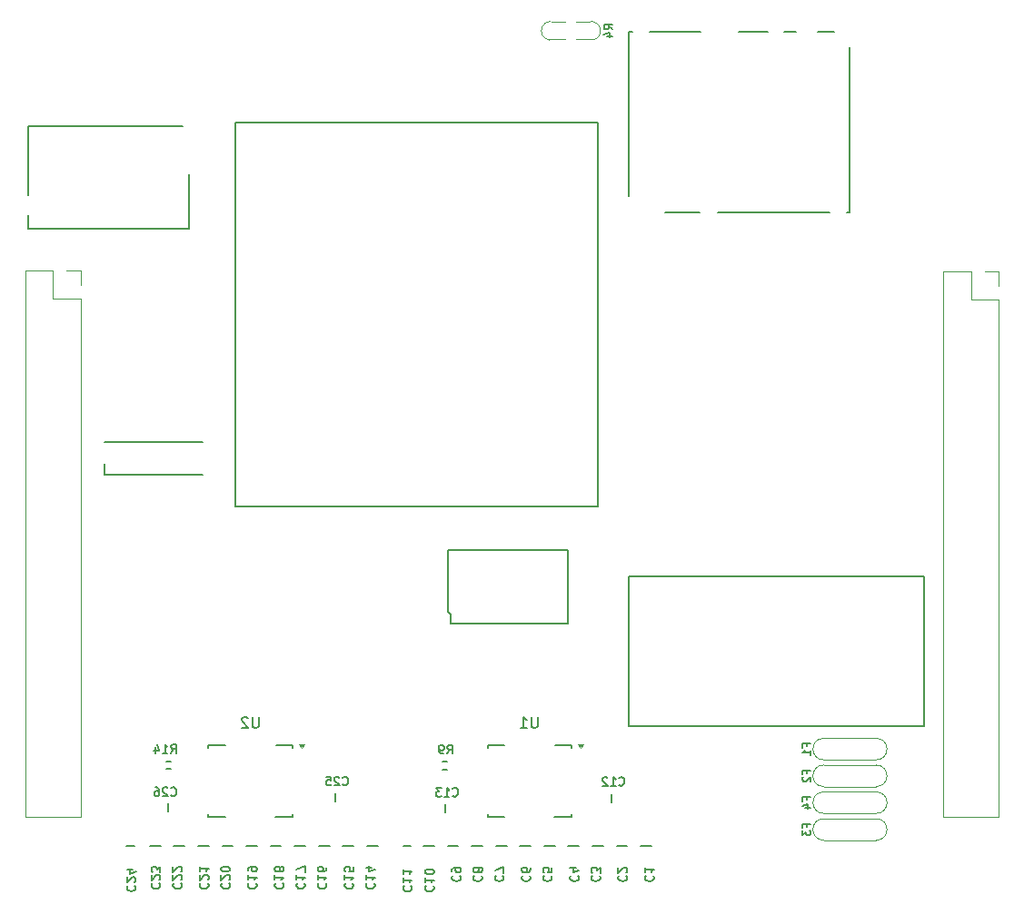
<source format=gbr>
%TF.GenerationSoftware,KiCad,Pcbnew,8.0.7*%
%TF.CreationDate,2024-12-26T23:24:23+03:00*%
%TF.ProjectId,uaefi,75616566-692e-46b6-9963-61645f706362,D*%
%TF.SameCoordinates,Original*%
%TF.FileFunction,Legend,Bot*%
%TF.FilePolarity,Positive*%
%FSLAX46Y46*%
G04 Gerber Fmt 4.6, Leading zero omitted, Abs format (unit mm)*
G04 Created by KiCad (PCBNEW 8.0.7) date 2024-12-26 23:24:23*
%MOMM*%
%LPD*%
G01*
G04 APERTURE LIST*
%ADD10C,0.127000*%
%ADD11C,0.170000*%
%ADD12C,0.150000*%
%ADD13C,0.200000*%
%ADD14C,0.120000*%
%ADD15C,0.099060*%
%ADD16C,0.203200*%
G04 APERTURE END LIST*
D10*
X147946768Y-113246000D02*
X147946768Y-112992000D01*
X148345911Y-112992000D02*
X147583911Y-112992000D01*
X147583911Y-112992000D02*
X147583911Y-113354857D01*
X148345911Y-114044286D02*
X148345911Y-113608857D01*
X148345911Y-113826572D02*
X147583911Y-113826572D01*
X147583911Y-113826572D02*
X147692768Y-113754000D01*
X147692768Y-113754000D02*
X147765340Y-113681429D01*
X147765340Y-113681429D02*
X147801626Y-113608857D01*
X129845911Y-46373000D02*
X129483054Y-46119000D01*
X129845911Y-45937571D02*
X129083911Y-45937571D01*
X129083911Y-45937571D02*
X129083911Y-46227857D01*
X129083911Y-46227857D02*
X129120197Y-46300428D01*
X129120197Y-46300428D02*
X129156483Y-46336714D01*
X129156483Y-46336714D02*
X129229054Y-46373000D01*
X129229054Y-46373000D02*
X129337911Y-46373000D01*
X129337911Y-46373000D02*
X129410483Y-46336714D01*
X129410483Y-46336714D02*
X129446768Y-46300428D01*
X129446768Y-46300428D02*
X129483054Y-46227857D01*
X129483054Y-46227857D02*
X129483054Y-45937571D01*
X129337911Y-47026143D02*
X129845911Y-47026143D01*
X129047626Y-46844714D02*
X129591911Y-46663285D01*
X129591911Y-46663285D02*
X129591911Y-47135000D01*
X147946768Y-118246000D02*
X147946768Y-117992000D01*
X148345911Y-117992000D02*
X147583911Y-117992000D01*
X147583911Y-117992000D02*
X147583911Y-118354857D01*
X147837911Y-118971715D02*
X148345911Y-118971715D01*
X147547626Y-118790286D02*
X148091911Y-118608857D01*
X148091911Y-118608857D02*
X148091911Y-119080572D01*
X147946768Y-115746000D02*
X147946768Y-115492000D01*
X148345911Y-115492000D02*
X147583911Y-115492000D01*
X147583911Y-115492000D02*
X147583911Y-115854857D01*
X147656483Y-116108857D02*
X147620197Y-116145143D01*
X147620197Y-116145143D02*
X147583911Y-116217715D01*
X147583911Y-116217715D02*
X147583911Y-116399143D01*
X147583911Y-116399143D02*
X147620197Y-116471715D01*
X147620197Y-116471715D02*
X147656483Y-116508000D01*
X147656483Y-116508000D02*
X147729054Y-116544286D01*
X147729054Y-116544286D02*
X147801626Y-116544286D01*
X147801626Y-116544286D02*
X147910483Y-116508000D01*
X147910483Y-116508000D02*
X148345911Y-116072572D01*
X148345911Y-116072572D02*
X148345911Y-116544286D01*
X147946768Y-120746000D02*
X147946768Y-120492000D01*
X148345911Y-120492000D02*
X147583911Y-120492000D01*
X147583911Y-120492000D02*
X147583911Y-120854857D01*
X147583911Y-121072572D02*
X147583911Y-121544286D01*
X147583911Y-121544286D02*
X147874197Y-121290286D01*
X147874197Y-121290286D02*
X147874197Y-121399143D01*
X147874197Y-121399143D02*
X147910483Y-121471715D01*
X147910483Y-121471715D02*
X147946768Y-121508000D01*
X147946768Y-121508000D02*
X148019340Y-121544286D01*
X148019340Y-121544286D02*
X148200768Y-121544286D01*
X148200768Y-121544286D02*
X148273340Y-121508000D01*
X148273340Y-121508000D02*
X148309626Y-121471715D01*
X148309626Y-121471715D02*
X148345911Y-121399143D01*
X148345911Y-121399143D02*
X148345911Y-121181429D01*
X148345911Y-121181429D02*
X148309626Y-121108857D01*
X148309626Y-121108857D02*
X148273340Y-121072572D01*
D11*
X106987286Y-126024348D02*
X106948239Y-126063396D01*
X106948239Y-126063396D02*
X106909191Y-126180538D01*
X106909191Y-126180538D02*
X106909191Y-126258634D01*
X106909191Y-126258634D02*
X106948239Y-126375777D01*
X106948239Y-126375777D02*
X107026334Y-126453872D01*
X107026334Y-126453872D02*
X107104429Y-126492919D01*
X107104429Y-126492919D02*
X107260619Y-126531967D01*
X107260619Y-126531967D02*
X107377762Y-126531967D01*
X107377762Y-126531967D02*
X107533953Y-126492919D01*
X107533953Y-126492919D02*
X107612048Y-126453872D01*
X107612048Y-126453872D02*
X107690143Y-126375777D01*
X107690143Y-126375777D02*
X107729191Y-126258634D01*
X107729191Y-126258634D02*
X107729191Y-126180538D01*
X107729191Y-126180538D02*
X107690143Y-126063396D01*
X107690143Y-126063396D02*
X107651096Y-126024348D01*
X106909191Y-125243396D02*
X106909191Y-125711967D01*
X106909191Y-125477681D02*
X107729191Y-125477681D01*
X107729191Y-125477681D02*
X107612048Y-125555777D01*
X107612048Y-125555777D02*
X107533953Y-125633872D01*
X107533953Y-125633872D02*
X107494905Y-125711967D01*
X107455858Y-124540539D02*
X106909191Y-124540539D01*
X107768239Y-124735777D02*
X107182524Y-124931015D01*
X107182524Y-124931015D02*
X107182524Y-124423396D01*
X91487286Y-126024348D02*
X91448239Y-126063396D01*
X91448239Y-126063396D02*
X91409191Y-126180538D01*
X91409191Y-126180538D02*
X91409191Y-126258634D01*
X91409191Y-126258634D02*
X91448239Y-126375777D01*
X91448239Y-126375777D02*
X91526334Y-126453872D01*
X91526334Y-126453872D02*
X91604429Y-126492919D01*
X91604429Y-126492919D02*
X91760619Y-126531967D01*
X91760619Y-126531967D02*
X91877762Y-126531967D01*
X91877762Y-126531967D02*
X92033953Y-126492919D01*
X92033953Y-126492919D02*
X92112048Y-126453872D01*
X92112048Y-126453872D02*
X92190143Y-126375777D01*
X92190143Y-126375777D02*
X92229191Y-126258634D01*
X92229191Y-126258634D02*
X92229191Y-126180538D01*
X92229191Y-126180538D02*
X92190143Y-126063396D01*
X92190143Y-126063396D02*
X92151096Y-126024348D01*
X92151096Y-125711967D02*
X92190143Y-125672919D01*
X92190143Y-125672919D02*
X92229191Y-125594824D01*
X92229191Y-125594824D02*
X92229191Y-125399586D01*
X92229191Y-125399586D02*
X92190143Y-125321491D01*
X92190143Y-125321491D02*
X92151096Y-125282443D01*
X92151096Y-125282443D02*
X92073000Y-125243396D01*
X92073000Y-125243396D02*
X91994905Y-125243396D01*
X91994905Y-125243396D02*
X91877762Y-125282443D01*
X91877762Y-125282443D02*
X91409191Y-125751015D01*
X91409191Y-125751015D02*
X91409191Y-125243396D01*
X91409191Y-124462444D02*
X91409191Y-124931015D01*
X91409191Y-124696729D02*
X92229191Y-124696729D01*
X92229191Y-124696729D02*
X92112048Y-124774825D01*
X92112048Y-124774825D02*
X92033953Y-124852920D01*
X92033953Y-124852920D02*
X91994905Y-124931015D01*
X88987286Y-126024348D02*
X88948239Y-126063396D01*
X88948239Y-126063396D02*
X88909191Y-126180538D01*
X88909191Y-126180538D02*
X88909191Y-126258634D01*
X88909191Y-126258634D02*
X88948239Y-126375777D01*
X88948239Y-126375777D02*
X89026334Y-126453872D01*
X89026334Y-126453872D02*
X89104429Y-126492919D01*
X89104429Y-126492919D02*
X89260619Y-126531967D01*
X89260619Y-126531967D02*
X89377762Y-126531967D01*
X89377762Y-126531967D02*
X89533953Y-126492919D01*
X89533953Y-126492919D02*
X89612048Y-126453872D01*
X89612048Y-126453872D02*
X89690143Y-126375777D01*
X89690143Y-126375777D02*
X89729191Y-126258634D01*
X89729191Y-126258634D02*
X89729191Y-126180538D01*
X89729191Y-126180538D02*
X89690143Y-126063396D01*
X89690143Y-126063396D02*
X89651096Y-126024348D01*
X89651096Y-125711967D02*
X89690143Y-125672919D01*
X89690143Y-125672919D02*
X89729191Y-125594824D01*
X89729191Y-125594824D02*
X89729191Y-125399586D01*
X89729191Y-125399586D02*
X89690143Y-125321491D01*
X89690143Y-125321491D02*
X89651096Y-125282443D01*
X89651096Y-125282443D02*
X89573000Y-125243396D01*
X89573000Y-125243396D02*
X89494905Y-125243396D01*
X89494905Y-125243396D02*
X89377762Y-125282443D01*
X89377762Y-125282443D02*
X88909191Y-125751015D01*
X88909191Y-125751015D02*
X88909191Y-125243396D01*
X89651096Y-124931015D02*
X89690143Y-124891967D01*
X89690143Y-124891967D02*
X89729191Y-124813872D01*
X89729191Y-124813872D02*
X89729191Y-124618634D01*
X89729191Y-124618634D02*
X89690143Y-124540539D01*
X89690143Y-124540539D02*
X89651096Y-124501491D01*
X89651096Y-124501491D02*
X89573000Y-124462444D01*
X89573000Y-124462444D02*
X89494905Y-124462444D01*
X89494905Y-124462444D02*
X89377762Y-124501491D01*
X89377762Y-124501491D02*
X88909191Y-124970063D01*
X88909191Y-124970063D02*
X88909191Y-124462444D01*
X114474348Y-113930808D02*
X114747681Y-113540332D01*
X114942919Y-113930808D02*
X114942919Y-113110808D01*
X114942919Y-113110808D02*
X114630538Y-113110808D01*
X114630538Y-113110808D02*
X114552443Y-113149856D01*
X114552443Y-113149856D02*
X114513396Y-113188903D01*
X114513396Y-113188903D02*
X114474348Y-113266999D01*
X114474348Y-113266999D02*
X114474348Y-113384141D01*
X114474348Y-113384141D02*
X114513396Y-113462237D01*
X114513396Y-113462237D02*
X114552443Y-113501284D01*
X114552443Y-113501284D02*
X114630538Y-113540332D01*
X114630538Y-113540332D02*
X114942919Y-113540332D01*
X114083872Y-113930808D02*
X113927681Y-113930808D01*
X113927681Y-113930808D02*
X113849586Y-113891761D01*
X113849586Y-113891761D02*
X113810538Y-113852713D01*
X113810538Y-113852713D02*
X113732443Y-113735570D01*
X113732443Y-113735570D02*
X113693396Y-113579380D01*
X113693396Y-113579380D02*
X113693396Y-113266999D01*
X113693396Y-113266999D02*
X113732443Y-113188903D01*
X113732443Y-113188903D02*
X113771491Y-113149856D01*
X113771491Y-113149856D02*
X113849586Y-113110808D01*
X113849586Y-113110808D02*
X114005777Y-113110808D01*
X114005777Y-113110808D02*
X114083872Y-113149856D01*
X114083872Y-113149856D02*
X114122919Y-113188903D01*
X114122919Y-113188903D02*
X114161967Y-113266999D01*
X114161967Y-113266999D02*
X114161967Y-113462237D01*
X114161967Y-113462237D02*
X114122919Y-113540332D01*
X114122919Y-113540332D02*
X114083872Y-113579380D01*
X114083872Y-113579380D02*
X114005777Y-113618427D01*
X114005777Y-113618427D02*
X113849586Y-113618427D01*
X113849586Y-113618427D02*
X113771491Y-113579380D01*
X113771491Y-113579380D02*
X113732443Y-113540332D01*
X113732443Y-113540332D02*
X113693396Y-113462237D01*
X121487286Y-125314348D02*
X121448239Y-125353396D01*
X121448239Y-125353396D02*
X121409191Y-125470538D01*
X121409191Y-125470538D02*
X121409191Y-125548634D01*
X121409191Y-125548634D02*
X121448239Y-125665777D01*
X121448239Y-125665777D02*
X121526334Y-125743872D01*
X121526334Y-125743872D02*
X121604429Y-125782919D01*
X121604429Y-125782919D02*
X121760619Y-125821967D01*
X121760619Y-125821967D02*
X121877762Y-125821967D01*
X121877762Y-125821967D02*
X122033953Y-125782919D01*
X122033953Y-125782919D02*
X122112048Y-125743872D01*
X122112048Y-125743872D02*
X122190143Y-125665777D01*
X122190143Y-125665777D02*
X122229191Y-125548634D01*
X122229191Y-125548634D02*
X122229191Y-125470538D01*
X122229191Y-125470538D02*
X122190143Y-125353396D01*
X122190143Y-125353396D02*
X122151096Y-125314348D01*
X122229191Y-124611491D02*
X122229191Y-124767681D01*
X122229191Y-124767681D02*
X122190143Y-124845777D01*
X122190143Y-124845777D02*
X122151096Y-124884824D01*
X122151096Y-124884824D02*
X122033953Y-124962919D01*
X122033953Y-124962919D02*
X121877762Y-125001967D01*
X121877762Y-125001967D02*
X121565381Y-125001967D01*
X121565381Y-125001967D02*
X121487286Y-124962919D01*
X121487286Y-124962919D02*
X121448239Y-124923872D01*
X121448239Y-124923872D02*
X121409191Y-124845777D01*
X121409191Y-124845777D02*
X121409191Y-124689586D01*
X121409191Y-124689586D02*
X121448239Y-124611491D01*
X121448239Y-124611491D02*
X121487286Y-124572443D01*
X121487286Y-124572443D02*
X121565381Y-124533396D01*
X121565381Y-124533396D02*
X121760619Y-124533396D01*
X121760619Y-124533396D02*
X121838715Y-124572443D01*
X121838715Y-124572443D02*
X121877762Y-124611491D01*
X121877762Y-124611491D02*
X121916810Y-124689586D01*
X121916810Y-124689586D02*
X121916810Y-124845777D01*
X121916810Y-124845777D02*
X121877762Y-124923872D01*
X121877762Y-124923872D02*
X121838715Y-124962919D01*
X121838715Y-124962919D02*
X121760619Y-125001967D01*
X104987286Y-126024348D02*
X104948239Y-126063396D01*
X104948239Y-126063396D02*
X104909191Y-126180538D01*
X104909191Y-126180538D02*
X104909191Y-126258634D01*
X104909191Y-126258634D02*
X104948239Y-126375777D01*
X104948239Y-126375777D02*
X105026334Y-126453872D01*
X105026334Y-126453872D02*
X105104429Y-126492919D01*
X105104429Y-126492919D02*
X105260619Y-126531967D01*
X105260619Y-126531967D02*
X105377762Y-126531967D01*
X105377762Y-126531967D02*
X105533953Y-126492919D01*
X105533953Y-126492919D02*
X105612048Y-126453872D01*
X105612048Y-126453872D02*
X105690143Y-126375777D01*
X105690143Y-126375777D02*
X105729191Y-126258634D01*
X105729191Y-126258634D02*
X105729191Y-126180538D01*
X105729191Y-126180538D02*
X105690143Y-126063396D01*
X105690143Y-126063396D02*
X105651096Y-126024348D01*
X104909191Y-125243396D02*
X104909191Y-125711967D01*
X104909191Y-125477681D02*
X105729191Y-125477681D01*
X105729191Y-125477681D02*
X105612048Y-125555777D01*
X105612048Y-125555777D02*
X105533953Y-125633872D01*
X105533953Y-125633872D02*
X105494905Y-125711967D01*
X105729191Y-124501491D02*
X105729191Y-124891967D01*
X105729191Y-124891967D02*
X105338715Y-124931015D01*
X105338715Y-124931015D02*
X105377762Y-124891967D01*
X105377762Y-124891967D02*
X105416810Y-124813872D01*
X105416810Y-124813872D02*
X105416810Y-124618634D01*
X105416810Y-124618634D02*
X105377762Y-124540539D01*
X105377762Y-124540539D02*
X105338715Y-124501491D01*
X105338715Y-124501491D02*
X105260619Y-124462444D01*
X105260619Y-124462444D02*
X105065381Y-124462444D01*
X105065381Y-124462444D02*
X104987286Y-124501491D01*
X104987286Y-124501491D02*
X104948239Y-124540539D01*
X104948239Y-124540539D02*
X104909191Y-124618634D01*
X104909191Y-124618634D02*
X104909191Y-124813872D01*
X104909191Y-124813872D02*
X104948239Y-124891967D01*
X104948239Y-124891967D02*
X104987286Y-124931015D01*
X93487286Y-126024348D02*
X93448239Y-126063396D01*
X93448239Y-126063396D02*
X93409191Y-126180538D01*
X93409191Y-126180538D02*
X93409191Y-126258634D01*
X93409191Y-126258634D02*
X93448239Y-126375777D01*
X93448239Y-126375777D02*
X93526334Y-126453872D01*
X93526334Y-126453872D02*
X93604429Y-126492919D01*
X93604429Y-126492919D02*
X93760619Y-126531967D01*
X93760619Y-126531967D02*
X93877762Y-126531967D01*
X93877762Y-126531967D02*
X94033953Y-126492919D01*
X94033953Y-126492919D02*
X94112048Y-126453872D01*
X94112048Y-126453872D02*
X94190143Y-126375777D01*
X94190143Y-126375777D02*
X94229191Y-126258634D01*
X94229191Y-126258634D02*
X94229191Y-126180538D01*
X94229191Y-126180538D02*
X94190143Y-126063396D01*
X94190143Y-126063396D02*
X94151096Y-126024348D01*
X94151096Y-125711967D02*
X94190143Y-125672919D01*
X94190143Y-125672919D02*
X94229191Y-125594824D01*
X94229191Y-125594824D02*
X94229191Y-125399586D01*
X94229191Y-125399586D02*
X94190143Y-125321491D01*
X94190143Y-125321491D02*
X94151096Y-125282443D01*
X94151096Y-125282443D02*
X94073000Y-125243396D01*
X94073000Y-125243396D02*
X93994905Y-125243396D01*
X93994905Y-125243396D02*
X93877762Y-125282443D01*
X93877762Y-125282443D02*
X93409191Y-125751015D01*
X93409191Y-125751015D02*
X93409191Y-125243396D01*
X94229191Y-124735777D02*
X94229191Y-124657682D01*
X94229191Y-124657682D02*
X94190143Y-124579586D01*
X94190143Y-124579586D02*
X94151096Y-124540539D01*
X94151096Y-124540539D02*
X94073000Y-124501491D01*
X94073000Y-124501491D02*
X93916810Y-124462444D01*
X93916810Y-124462444D02*
X93721572Y-124462444D01*
X93721572Y-124462444D02*
X93565381Y-124501491D01*
X93565381Y-124501491D02*
X93487286Y-124540539D01*
X93487286Y-124540539D02*
X93448239Y-124579586D01*
X93448239Y-124579586D02*
X93409191Y-124657682D01*
X93409191Y-124657682D02*
X93409191Y-124735777D01*
X93409191Y-124735777D02*
X93448239Y-124813872D01*
X93448239Y-124813872D02*
X93487286Y-124852920D01*
X93487286Y-124852920D02*
X93565381Y-124891967D01*
X93565381Y-124891967D02*
X93721572Y-124931015D01*
X93721572Y-124931015D02*
X93916810Y-124931015D01*
X93916810Y-124931015D02*
X94073000Y-124891967D01*
X94073000Y-124891967D02*
X94151096Y-124852920D01*
X94151096Y-124852920D02*
X94190143Y-124813872D01*
X94190143Y-124813872D02*
X94229191Y-124735777D01*
X86987286Y-126024348D02*
X86948239Y-126063396D01*
X86948239Y-126063396D02*
X86909191Y-126180538D01*
X86909191Y-126180538D02*
X86909191Y-126258634D01*
X86909191Y-126258634D02*
X86948239Y-126375777D01*
X86948239Y-126375777D02*
X87026334Y-126453872D01*
X87026334Y-126453872D02*
X87104429Y-126492919D01*
X87104429Y-126492919D02*
X87260619Y-126531967D01*
X87260619Y-126531967D02*
X87377762Y-126531967D01*
X87377762Y-126531967D02*
X87533953Y-126492919D01*
X87533953Y-126492919D02*
X87612048Y-126453872D01*
X87612048Y-126453872D02*
X87690143Y-126375777D01*
X87690143Y-126375777D02*
X87729191Y-126258634D01*
X87729191Y-126258634D02*
X87729191Y-126180538D01*
X87729191Y-126180538D02*
X87690143Y-126063396D01*
X87690143Y-126063396D02*
X87651096Y-126024348D01*
X87651096Y-125711967D02*
X87690143Y-125672919D01*
X87690143Y-125672919D02*
X87729191Y-125594824D01*
X87729191Y-125594824D02*
X87729191Y-125399586D01*
X87729191Y-125399586D02*
X87690143Y-125321491D01*
X87690143Y-125321491D02*
X87651096Y-125282443D01*
X87651096Y-125282443D02*
X87573000Y-125243396D01*
X87573000Y-125243396D02*
X87494905Y-125243396D01*
X87494905Y-125243396D02*
X87377762Y-125282443D01*
X87377762Y-125282443D02*
X86909191Y-125751015D01*
X86909191Y-125751015D02*
X86909191Y-125243396D01*
X87729191Y-124970063D02*
X87729191Y-124462444D01*
X87729191Y-124462444D02*
X87416810Y-124735777D01*
X87416810Y-124735777D02*
X87416810Y-124618634D01*
X87416810Y-124618634D02*
X87377762Y-124540539D01*
X87377762Y-124540539D02*
X87338715Y-124501491D01*
X87338715Y-124501491D02*
X87260619Y-124462444D01*
X87260619Y-124462444D02*
X87065381Y-124462444D01*
X87065381Y-124462444D02*
X86987286Y-124501491D01*
X86987286Y-124501491D02*
X86948239Y-124540539D01*
X86948239Y-124540539D02*
X86909191Y-124618634D01*
X86909191Y-124618634D02*
X86909191Y-124852920D01*
X86909191Y-124852920D02*
X86948239Y-124931015D01*
X86948239Y-124931015D02*
X86987286Y-124970063D01*
X125987286Y-125314348D02*
X125948239Y-125353396D01*
X125948239Y-125353396D02*
X125909191Y-125470538D01*
X125909191Y-125470538D02*
X125909191Y-125548634D01*
X125909191Y-125548634D02*
X125948239Y-125665777D01*
X125948239Y-125665777D02*
X126026334Y-125743872D01*
X126026334Y-125743872D02*
X126104429Y-125782919D01*
X126104429Y-125782919D02*
X126260619Y-125821967D01*
X126260619Y-125821967D02*
X126377762Y-125821967D01*
X126377762Y-125821967D02*
X126533953Y-125782919D01*
X126533953Y-125782919D02*
X126612048Y-125743872D01*
X126612048Y-125743872D02*
X126690143Y-125665777D01*
X126690143Y-125665777D02*
X126729191Y-125548634D01*
X126729191Y-125548634D02*
X126729191Y-125470538D01*
X126729191Y-125470538D02*
X126690143Y-125353396D01*
X126690143Y-125353396D02*
X126651096Y-125314348D01*
X126455858Y-124611491D02*
X125909191Y-124611491D01*
X126768239Y-124806729D02*
X126182524Y-125001967D01*
X126182524Y-125001967D02*
X126182524Y-124494348D01*
X98487286Y-126024348D02*
X98448239Y-126063396D01*
X98448239Y-126063396D02*
X98409191Y-126180538D01*
X98409191Y-126180538D02*
X98409191Y-126258634D01*
X98409191Y-126258634D02*
X98448239Y-126375777D01*
X98448239Y-126375777D02*
X98526334Y-126453872D01*
X98526334Y-126453872D02*
X98604429Y-126492919D01*
X98604429Y-126492919D02*
X98760619Y-126531967D01*
X98760619Y-126531967D02*
X98877762Y-126531967D01*
X98877762Y-126531967D02*
X99033953Y-126492919D01*
X99033953Y-126492919D02*
X99112048Y-126453872D01*
X99112048Y-126453872D02*
X99190143Y-126375777D01*
X99190143Y-126375777D02*
X99229191Y-126258634D01*
X99229191Y-126258634D02*
X99229191Y-126180538D01*
X99229191Y-126180538D02*
X99190143Y-126063396D01*
X99190143Y-126063396D02*
X99151096Y-126024348D01*
X98409191Y-125243396D02*
X98409191Y-125711967D01*
X98409191Y-125477681D02*
X99229191Y-125477681D01*
X99229191Y-125477681D02*
X99112048Y-125555777D01*
X99112048Y-125555777D02*
X99033953Y-125633872D01*
X99033953Y-125633872D02*
X98994905Y-125711967D01*
X98877762Y-124774825D02*
X98916810Y-124852920D01*
X98916810Y-124852920D02*
X98955858Y-124891967D01*
X98955858Y-124891967D02*
X99033953Y-124931015D01*
X99033953Y-124931015D02*
X99073000Y-124931015D01*
X99073000Y-124931015D02*
X99151096Y-124891967D01*
X99151096Y-124891967D02*
X99190143Y-124852920D01*
X99190143Y-124852920D02*
X99229191Y-124774825D01*
X99229191Y-124774825D02*
X99229191Y-124618634D01*
X99229191Y-124618634D02*
X99190143Y-124540539D01*
X99190143Y-124540539D02*
X99151096Y-124501491D01*
X99151096Y-124501491D02*
X99073000Y-124462444D01*
X99073000Y-124462444D02*
X99033953Y-124462444D01*
X99033953Y-124462444D02*
X98955858Y-124501491D01*
X98955858Y-124501491D02*
X98916810Y-124540539D01*
X98916810Y-124540539D02*
X98877762Y-124618634D01*
X98877762Y-124618634D02*
X98877762Y-124774825D01*
X98877762Y-124774825D02*
X98838715Y-124852920D01*
X98838715Y-124852920D02*
X98799667Y-124891967D01*
X98799667Y-124891967D02*
X98721572Y-124931015D01*
X98721572Y-124931015D02*
X98565381Y-124931015D01*
X98565381Y-124931015D02*
X98487286Y-124891967D01*
X98487286Y-124891967D02*
X98448239Y-124852920D01*
X98448239Y-124852920D02*
X98409191Y-124774825D01*
X98409191Y-124774825D02*
X98409191Y-124618634D01*
X98409191Y-124618634D02*
X98448239Y-124540539D01*
X98448239Y-124540539D02*
X98487286Y-124501491D01*
X98487286Y-124501491D02*
X98565381Y-124462444D01*
X98565381Y-124462444D02*
X98721572Y-124462444D01*
X98721572Y-124462444D02*
X98799667Y-124501491D01*
X98799667Y-124501491D02*
X98838715Y-124540539D01*
X98838715Y-124540539D02*
X98877762Y-124618634D01*
X104724347Y-116812712D02*
X104763395Y-116851760D01*
X104763395Y-116851760D02*
X104880538Y-116890807D01*
X104880538Y-116890807D02*
X104958633Y-116890807D01*
X104958633Y-116890807D02*
X105075776Y-116851760D01*
X105075776Y-116851760D02*
X105153872Y-116773664D01*
X105153872Y-116773664D02*
X105192919Y-116695569D01*
X105192919Y-116695569D02*
X105231967Y-116539378D01*
X105231967Y-116539378D02*
X105231967Y-116422235D01*
X105231967Y-116422235D02*
X105192919Y-116266045D01*
X105192919Y-116266045D02*
X105153872Y-116187949D01*
X105153872Y-116187949D02*
X105075776Y-116109854D01*
X105075776Y-116109854D02*
X104958633Y-116070806D01*
X104958633Y-116070806D02*
X104880538Y-116070806D01*
X104880538Y-116070806D02*
X104763395Y-116109854D01*
X104763395Y-116109854D02*
X104724347Y-116148902D01*
X104411966Y-116148902D02*
X104372918Y-116109854D01*
X104372918Y-116109854D02*
X104294823Y-116070806D01*
X104294823Y-116070806D02*
X104099585Y-116070806D01*
X104099585Y-116070806D02*
X104021489Y-116109854D01*
X104021489Y-116109854D02*
X103982442Y-116148902D01*
X103982442Y-116148902D02*
X103943394Y-116226997D01*
X103943394Y-116226997D02*
X103943394Y-116305092D01*
X103943394Y-116305092D02*
X103982442Y-116422235D01*
X103982442Y-116422235D02*
X104451014Y-116890807D01*
X104451014Y-116890807D02*
X103943394Y-116890807D01*
X103201489Y-116070806D02*
X103591965Y-116070806D01*
X103591965Y-116070806D02*
X103631013Y-116461283D01*
X103631013Y-116461283D02*
X103591965Y-116422235D01*
X103591965Y-116422235D02*
X103513870Y-116383188D01*
X103513870Y-116383188D02*
X103318632Y-116383188D01*
X103318632Y-116383188D02*
X103240536Y-116422235D01*
X103240536Y-116422235D02*
X103201489Y-116461283D01*
X103201489Y-116461283D02*
X103162441Y-116539378D01*
X103162441Y-116539378D02*
X103162441Y-116734617D01*
X103162441Y-116734617D02*
X103201489Y-116812712D01*
X103201489Y-116812712D02*
X103240536Y-116851760D01*
X103240536Y-116851760D02*
X103318632Y-116890807D01*
X103318632Y-116890807D02*
X103513870Y-116890807D01*
X103513870Y-116890807D02*
X103591965Y-116851760D01*
X103591965Y-116851760D02*
X103631013Y-116812712D01*
X116987286Y-125314348D02*
X116948239Y-125353396D01*
X116948239Y-125353396D02*
X116909191Y-125470538D01*
X116909191Y-125470538D02*
X116909191Y-125548634D01*
X116909191Y-125548634D02*
X116948239Y-125665777D01*
X116948239Y-125665777D02*
X117026334Y-125743872D01*
X117026334Y-125743872D02*
X117104429Y-125782919D01*
X117104429Y-125782919D02*
X117260619Y-125821967D01*
X117260619Y-125821967D02*
X117377762Y-125821967D01*
X117377762Y-125821967D02*
X117533953Y-125782919D01*
X117533953Y-125782919D02*
X117612048Y-125743872D01*
X117612048Y-125743872D02*
X117690143Y-125665777D01*
X117690143Y-125665777D02*
X117729191Y-125548634D01*
X117729191Y-125548634D02*
X117729191Y-125470538D01*
X117729191Y-125470538D02*
X117690143Y-125353396D01*
X117690143Y-125353396D02*
X117651096Y-125314348D01*
X117377762Y-124845777D02*
X117416810Y-124923872D01*
X117416810Y-124923872D02*
X117455858Y-124962919D01*
X117455858Y-124962919D02*
X117533953Y-125001967D01*
X117533953Y-125001967D02*
X117573000Y-125001967D01*
X117573000Y-125001967D02*
X117651096Y-124962919D01*
X117651096Y-124962919D02*
X117690143Y-124923872D01*
X117690143Y-124923872D02*
X117729191Y-124845777D01*
X117729191Y-124845777D02*
X117729191Y-124689586D01*
X117729191Y-124689586D02*
X117690143Y-124611491D01*
X117690143Y-124611491D02*
X117651096Y-124572443D01*
X117651096Y-124572443D02*
X117573000Y-124533396D01*
X117573000Y-124533396D02*
X117533953Y-124533396D01*
X117533953Y-124533396D02*
X117455858Y-124572443D01*
X117455858Y-124572443D02*
X117416810Y-124611491D01*
X117416810Y-124611491D02*
X117377762Y-124689586D01*
X117377762Y-124689586D02*
X117377762Y-124845777D01*
X117377762Y-124845777D02*
X117338715Y-124923872D01*
X117338715Y-124923872D02*
X117299667Y-124962919D01*
X117299667Y-124962919D02*
X117221572Y-125001967D01*
X117221572Y-125001967D02*
X117065381Y-125001967D01*
X117065381Y-125001967D02*
X116987286Y-124962919D01*
X116987286Y-124962919D02*
X116948239Y-124923872D01*
X116948239Y-124923872D02*
X116909191Y-124845777D01*
X116909191Y-124845777D02*
X116909191Y-124689586D01*
X116909191Y-124689586D02*
X116948239Y-124611491D01*
X116948239Y-124611491D02*
X116987286Y-124572443D01*
X116987286Y-124572443D02*
X117065381Y-124533396D01*
X117065381Y-124533396D02*
X117221572Y-124533396D01*
X117221572Y-124533396D02*
X117299667Y-124572443D01*
X117299667Y-124572443D02*
X117338715Y-124611491D01*
X117338715Y-124611491D02*
X117377762Y-124689586D01*
D12*
X122886904Y-110514819D02*
X122886904Y-111324342D01*
X122886904Y-111324342D02*
X122839285Y-111419580D01*
X122839285Y-111419580D02*
X122791666Y-111467200D01*
X122791666Y-111467200D02*
X122696428Y-111514819D01*
X122696428Y-111514819D02*
X122505952Y-111514819D01*
X122505952Y-111514819D02*
X122410714Y-111467200D01*
X122410714Y-111467200D02*
X122363095Y-111419580D01*
X122363095Y-111419580D02*
X122315476Y-111324342D01*
X122315476Y-111324342D02*
X122315476Y-110514819D01*
X121315476Y-111514819D02*
X121886904Y-111514819D01*
X121601190Y-111514819D02*
X121601190Y-110514819D01*
X121601190Y-110514819D02*
X121696428Y-110657676D01*
X121696428Y-110657676D02*
X121791666Y-110752914D01*
X121791666Y-110752914D02*
X121886904Y-110800533D01*
D11*
X88724347Y-117812712D02*
X88763395Y-117851760D01*
X88763395Y-117851760D02*
X88880538Y-117890807D01*
X88880538Y-117890807D02*
X88958633Y-117890807D01*
X88958633Y-117890807D02*
X89075776Y-117851760D01*
X89075776Y-117851760D02*
X89153872Y-117773664D01*
X89153872Y-117773664D02*
X89192919Y-117695569D01*
X89192919Y-117695569D02*
X89231967Y-117539378D01*
X89231967Y-117539378D02*
X89231967Y-117422235D01*
X89231967Y-117422235D02*
X89192919Y-117266045D01*
X89192919Y-117266045D02*
X89153872Y-117187949D01*
X89153872Y-117187949D02*
X89075776Y-117109854D01*
X89075776Y-117109854D02*
X88958633Y-117070806D01*
X88958633Y-117070806D02*
X88880538Y-117070806D01*
X88880538Y-117070806D02*
X88763395Y-117109854D01*
X88763395Y-117109854D02*
X88724347Y-117148902D01*
X88411966Y-117148902D02*
X88372918Y-117109854D01*
X88372918Y-117109854D02*
X88294823Y-117070806D01*
X88294823Y-117070806D02*
X88099585Y-117070806D01*
X88099585Y-117070806D02*
X88021489Y-117109854D01*
X88021489Y-117109854D02*
X87982442Y-117148902D01*
X87982442Y-117148902D02*
X87943394Y-117226997D01*
X87943394Y-117226997D02*
X87943394Y-117305092D01*
X87943394Y-117305092D02*
X87982442Y-117422235D01*
X87982442Y-117422235D02*
X88451014Y-117890807D01*
X88451014Y-117890807D02*
X87943394Y-117890807D01*
X87240536Y-117070806D02*
X87396727Y-117070806D01*
X87396727Y-117070806D02*
X87474822Y-117109854D01*
X87474822Y-117109854D02*
X87513870Y-117148902D01*
X87513870Y-117148902D02*
X87591965Y-117266045D01*
X87591965Y-117266045D02*
X87631013Y-117422235D01*
X87631013Y-117422235D02*
X87631013Y-117734617D01*
X87631013Y-117734617D02*
X87591965Y-117812712D01*
X87591965Y-117812712D02*
X87552918Y-117851760D01*
X87552918Y-117851760D02*
X87474822Y-117890807D01*
X87474822Y-117890807D02*
X87318632Y-117890807D01*
X87318632Y-117890807D02*
X87240536Y-117851760D01*
X87240536Y-117851760D02*
X87201489Y-117812712D01*
X87201489Y-117812712D02*
X87162441Y-117734617D01*
X87162441Y-117734617D02*
X87162441Y-117539378D01*
X87162441Y-117539378D02*
X87201489Y-117461283D01*
X87201489Y-117461283D02*
X87240536Y-117422235D01*
X87240536Y-117422235D02*
X87318632Y-117383188D01*
X87318632Y-117383188D02*
X87474822Y-117383188D01*
X87474822Y-117383188D02*
X87552918Y-117422235D01*
X87552918Y-117422235D02*
X87591965Y-117461283D01*
X87591965Y-117461283D02*
X87631013Y-117539378D01*
X114987286Y-125314348D02*
X114948239Y-125353396D01*
X114948239Y-125353396D02*
X114909191Y-125470538D01*
X114909191Y-125470538D02*
X114909191Y-125548634D01*
X114909191Y-125548634D02*
X114948239Y-125665777D01*
X114948239Y-125665777D02*
X115026334Y-125743872D01*
X115026334Y-125743872D02*
X115104429Y-125782919D01*
X115104429Y-125782919D02*
X115260619Y-125821967D01*
X115260619Y-125821967D02*
X115377762Y-125821967D01*
X115377762Y-125821967D02*
X115533953Y-125782919D01*
X115533953Y-125782919D02*
X115612048Y-125743872D01*
X115612048Y-125743872D02*
X115690143Y-125665777D01*
X115690143Y-125665777D02*
X115729191Y-125548634D01*
X115729191Y-125548634D02*
X115729191Y-125470538D01*
X115729191Y-125470538D02*
X115690143Y-125353396D01*
X115690143Y-125353396D02*
X115651096Y-125314348D01*
X114909191Y-124923872D02*
X114909191Y-124767681D01*
X114909191Y-124767681D02*
X114948239Y-124689586D01*
X114948239Y-124689586D02*
X114987286Y-124650538D01*
X114987286Y-124650538D02*
X115104429Y-124572443D01*
X115104429Y-124572443D02*
X115260619Y-124533396D01*
X115260619Y-124533396D02*
X115573000Y-124533396D01*
X115573000Y-124533396D02*
X115651096Y-124572443D01*
X115651096Y-124572443D02*
X115690143Y-124611491D01*
X115690143Y-124611491D02*
X115729191Y-124689586D01*
X115729191Y-124689586D02*
X115729191Y-124845777D01*
X115729191Y-124845777D02*
X115690143Y-124923872D01*
X115690143Y-124923872D02*
X115651096Y-124962919D01*
X115651096Y-124962919D02*
X115573000Y-125001967D01*
X115573000Y-125001967D02*
X115377762Y-125001967D01*
X115377762Y-125001967D02*
X115299667Y-124962919D01*
X115299667Y-124962919D02*
X115260619Y-124923872D01*
X115260619Y-124923872D02*
X115221572Y-124845777D01*
X115221572Y-124845777D02*
X115221572Y-124689586D01*
X115221572Y-124689586D02*
X115260619Y-124611491D01*
X115260619Y-124611491D02*
X115299667Y-124572443D01*
X115299667Y-124572443D02*
X115377762Y-124533396D01*
X118987286Y-125314348D02*
X118948239Y-125353396D01*
X118948239Y-125353396D02*
X118909191Y-125470538D01*
X118909191Y-125470538D02*
X118909191Y-125548634D01*
X118909191Y-125548634D02*
X118948239Y-125665777D01*
X118948239Y-125665777D02*
X119026334Y-125743872D01*
X119026334Y-125743872D02*
X119104429Y-125782919D01*
X119104429Y-125782919D02*
X119260619Y-125821967D01*
X119260619Y-125821967D02*
X119377762Y-125821967D01*
X119377762Y-125821967D02*
X119533953Y-125782919D01*
X119533953Y-125782919D02*
X119612048Y-125743872D01*
X119612048Y-125743872D02*
X119690143Y-125665777D01*
X119690143Y-125665777D02*
X119729191Y-125548634D01*
X119729191Y-125548634D02*
X119729191Y-125470538D01*
X119729191Y-125470538D02*
X119690143Y-125353396D01*
X119690143Y-125353396D02*
X119651096Y-125314348D01*
X119729191Y-125041015D02*
X119729191Y-124494348D01*
X119729191Y-124494348D02*
X118909191Y-124845777D01*
X110437287Y-126264347D02*
X110398240Y-126303395D01*
X110398240Y-126303395D02*
X110359192Y-126420538D01*
X110359192Y-126420538D02*
X110359192Y-126498633D01*
X110359192Y-126498633D02*
X110398240Y-126615776D01*
X110398240Y-126615776D02*
X110476335Y-126693872D01*
X110476335Y-126693872D02*
X110554430Y-126732919D01*
X110554430Y-126732919D02*
X110710621Y-126771967D01*
X110710621Y-126771967D02*
X110827764Y-126771967D01*
X110827764Y-126771967D02*
X110983955Y-126732919D01*
X110983955Y-126732919D02*
X111062050Y-126693872D01*
X111062050Y-126693872D02*
X111140145Y-126615776D01*
X111140145Y-126615776D02*
X111179193Y-126498633D01*
X111179193Y-126498633D02*
X111179193Y-126420538D01*
X111179193Y-126420538D02*
X111140145Y-126303395D01*
X111140145Y-126303395D02*
X111101098Y-126264347D01*
X110359192Y-125483394D02*
X110359192Y-125951966D01*
X110359192Y-125717680D02*
X111179193Y-125717680D01*
X111179193Y-125717680D02*
X111062050Y-125795775D01*
X111062050Y-125795775D02*
X110983955Y-125873871D01*
X110983955Y-125873871D02*
X110944907Y-125951966D01*
X110359192Y-124702441D02*
X110359192Y-125171013D01*
X110359192Y-124936727D02*
X111179193Y-124936727D01*
X111179193Y-124936727D02*
X111062050Y-125014822D01*
X111062050Y-125014822D02*
X110983955Y-125092918D01*
X110983955Y-125092918D02*
X110944907Y-125171013D01*
X123487286Y-125314348D02*
X123448239Y-125353396D01*
X123448239Y-125353396D02*
X123409191Y-125470538D01*
X123409191Y-125470538D02*
X123409191Y-125548634D01*
X123409191Y-125548634D02*
X123448239Y-125665777D01*
X123448239Y-125665777D02*
X123526334Y-125743872D01*
X123526334Y-125743872D02*
X123604429Y-125782919D01*
X123604429Y-125782919D02*
X123760619Y-125821967D01*
X123760619Y-125821967D02*
X123877762Y-125821967D01*
X123877762Y-125821967D02*
X124033953Y-125782919D01*
X124033953Y-125782919D02*
X124112048Y-125743872D01*
X124112048Y-125743872D02*
X124190143Y-125665777D01*
X124190143Y-125665777D02*
X124229191Y-125548634D01*
X124229191Y-125548634D02*
X124229191Y-125470538D01*
X124229191Y-125470538D02*
X124190143Y-125353396D01*
X124190143Y-125353396D02*
X124151096Y-125314348D01*
X124229191Y-124572443D02*
X124229191Y-124962919D01*
X124229191Y-124962919D02*
X123838715Y-125001967D01*
X123838715Y-125001967D02*
X123877762Y-124962919D01*
X123877762Y-124962919D02*
X123916810Y-124884824D01*
X123916810Y-124884824D02*
X123916810Y-124689586D01*
X123916810Y-124689586D02*
X123877762Y-124611491D01*
X123877762Y-124611491D02*
X123838715Y-124572443D01*
X123838715Y-124572443D02*
X123760619Y-124533396D01*
X123760619Y-124533396D02*
X123565381Y-124533396D01*
X123565381Y-124533396D02*
X123487286Y-124572443D01*
X123487286Y-124572443D02*
X123448239Y-124611491D01*
X123448239Y-124611491D02*
X123409191Y-124689586D01*
X123409191Y-124689586D02*
X123409191Y-124884824D01*
X123409191Y-124884824D02*
X123448239Y-124962919D01*
X123448239Y-124962919D02*
X123487286Y-125001967D01*
X100487286Y-126024348D02*
X100448239Y-126063396D01*
X100448239Y-126063396D02*
X100409191Y-126180538D01*
X100409191Y-126180538D02*
X100409191Y-126258634D01*
X100409191Y-126258634D02*
X100448239Y-126375777D01*
X100448239Y-126375777D02*
X100526334Y-126453872D01*
X100526334Y-126453872D02*
X100604429Y-126492919D01*
X100604429Y-126492919D02*
X100760619Y-126531967D01*
X100760619Y-126531967D02*
X100877762Y-126531967D01*
X100877762Y-126531967D02*
X101033953Y-126492919D01*
X101033953Y-126492919D02*
X101112048Y-126453872D01*
X101112048Y-126453872D02*
X101190143Y-126375777D01*
X101190143Y-126375777D02*
X101229191Y-126258634D01*
X101229191Y-126258634D02*
X101229191Y-126180538D01*
X101229191Y-126180538D02*
X101190143Y-126063396D01*
X101190143Y-126063396D02*
X101151096Y-126024348D01*
X100409191Y-125243396D02*
X100409191Y-125711967D01*
X100409191Y-125477681D02*
X101229191Y-125477681D01*
X101229191Y-125477681D02*
X101112048Y-125555777D01*
X101112048Y-125555777D02*
X101033953Y-125633872D01*
X101033953Y-125633872D02*
X100994905Y-125711967D01*
X101229191Y-124970063D02*
X101229191Y-124423396D01*
X101229191Y-124423396D02*
X100409191Y-124774825D01*
X130474347Y-116852712D02*
X130513395Y-116891760D01*
X130513395Y-116891760D02*
X130630538Y-116930807D01*
X130630538Y-116930807D02*
X130708633Y-116930807D01*
X130708633Y-116930807D02*
X130825776Y-116891760D01*
X130825776Y-116891760D02*
X130903872Y-116813664D01*
X130903872Y-116813664D02*
X130942919Y-116735569D01*
X130942919Y-116735569D02*
X130981967Y-116579378D01*
X130981967Y-116579378D02*
X130981967Y-116462235D01*
X130981967Y-116462235D02*
X130942919Y-116306045D01*
X130942919Y-116306045D02*
X130903872Y-116227949D01*
X130903872Y-116227949D02*
X130825776Y-116149854D01*
X130825776Y-116149854D02*
X130708633Y-116110806D01*
X130708633Y-116110806D02*
X130630538Y-116110806D01*
X130630538Y-116110806D02*
X130513395Y-116149854D01*
X130513395Y-116149854D02*
X130474347Y-116188902D01*
X129693394Y-116930807D02*
X130161966Y-116930807D01*
X129927680Y-116930807D02*
X129927680Y-116110806D01*
X129927680Y-116110806D02*
X130005775Y-116227949D01*
X130005775Y-116227949D02*
X130083871Y-116306045D01*
X130083871Y-116306045D02*
X130161966Y-116345092D01*
X129381013Y-116188902D02*
X129341965Y-116149854D01*
X129341965Y-116149854D02*
X129263870Y-116110806D01*
X129263870Y-116110806D02*
X129068632Y-116110806D01*
X129068632Y-116110806D02*
X128990536Y-116149854D01*
X128990536Y-116149854D02*
X128951489Y-116188902D01*
X128951489Y-116188902D02*
X128912441Y-116266997D01*
X128912441Y-116266997D02*
X128912441Y-116345092D01*
X128912441Y-116345092D02*
X128951489Y-116462235D01*
X128951489Y-116462235D02*
X129420061Y-116930807D01*
X129420061Y-116930807D02*
X128912441Y-116930807D01*
D12*
X96886904Y-110514819D02*
X96886904Y-111324342D01*
X96886904Y-111324342D02*
X96839285Y-111419580D01*
X96839285Y-111419580D02*
X96791666Y-111467200D01*
X96791666Y-111467200D02*
X96696428Y-111514819D01*
X96696428Y-111514819D02*
X96505952Y-111514819D01*
X96505952Y-111514819D02*
X96410714Y-111467200D01*
X96410714Y-111467200D02*
X96363095Y-111419580D01*
X96363095Y-111419580D02*
X96315476Y-111324342D01*
X96315476Y-111324342D02*
X96315476Y-110514819D01*
X95886904Y-110610057D02*
X95839285Y-110562438D01*
X95839285Y-110562438D02*
X95744047Y-110514819D01*
X95744047Y-110514819D02*
X95505952Y-110514819D01*
X95505952Y-110514819D02*
X95410714Y-110562438D01*
X95410714Y-110562438D02*
X95363095Y-110610057D01*
X95363095Y-110610057D02*
X95315476Y-110705295D01*
X95315476Y-110705295D02*
X95315476Y-110800533D01*
X95315476Y-110800533D02*
X95363095Y-110943390D01*
X95363095Y-110943390D02*
X95934523Y-111514819D01*
X95934523Y-111514819D02*
X95315476Y-111514819D01*
D11*
X130487286Y-125314348D02*
X130448239Y-125353396D01*
X130448239Y-125353396D02*
X130409191Y-125470538D01*
X130409191Y-125470538D02*
X130409191Y-125548634D01*
X130409191Y-125548634D02*
X130448239Y-125665777D01*
X130448239Y-125665777D02*
X130526334Y-125743872D01*
X130526334Y-125743872D02*
X130604429Y-125782919D01*
X130604429Y-125782919D02*
X130760619Y-125821967D01*
X130760619Y-125821967D02*
X130877762Y-125821967D01*
X130877762Y-125821967D02*
X131033953Y-125782919D01*
X131033953Y-125782919D02*
X131112048Y-125743872D01*
X131112048Y-125743872D02*
X131190143Y-125665777D01*
X131190143Y-125665777D02*
X131229191Y-125548634D01*
X131229191Y-125548634D02*
X131229191Y-125470538D01*
X131229191Y-125470538D02*
X131190143Y-125353396D01*
X131190143Y-125353396D02*
X131151096Y-125314348D01*
X131151096Y-125001967D02*
X131190143Y-124962919D01*
X131190143Y-124962919D02*
X131229191Y-124884824D01*
X131229191Y-124884824D02*
X131229191Y-124689586D01*
X131229191Y-124689586D02*
X131190143Y-124611491D01*
X131190143Y-124611491D02*
X131151096Y-124572443D01*
X131151096Y-124572443D02*
X131073000Y-124533396D01*
X131073000Y-124533396D02*
X130994905Y-124533396D01*
X130994905Y-124533396D02*
X130877762Y-124572443D01*
X130877762Y-124572443D02*
X130409191Y-125041015D01*
X130409191Y-125041015D02*
X130409191Y-124533396D01*
X112487286Y-126264348D02*
X112448239Y-126303396D01*
X112448239Y-126303396D02*
X112409191Y-126420538D01*
X112409191Y-126420538D02*
X112409191Y-126498634D01*
X112409191Y-126498634D02*
X112448239Y-126615777D01*
X112448239Y-126615777D02*
X112526334Y-126693872D01*
X112526334Y-126693872D02*
X112604429Y-126732919D01*
X112604429Y-126732919D02*
X112760619Y-126771967D01*
X112760619Y-126771967D02*
X112877762Y-126771967D01*
X112877762Y-126771967D02*
X113033953Y-126732919D01*
X113033953Y-126732919D02*
X113112048Y-126693872D01*
X113112048Y-126693872D02*
X113190143Y-126615777D01*
X113190143Y-126615777D02*
X113229191Y-126498634D01*
X113229191Y-126498634D02*
X113229191Y-126420538D01*
X113229191Y-126420538D02*
X113190143Y-126303396D01*
X113190143Y-126303396D02*
X113151096Y-126264348D01*
X112409191Y-125483396D02*
X112409191Y-125951967D01*
X112409191Y-125717681D02*
X113229191Y-125717681D01*
X113229191Y-125717681D02*
X113112048Y-125795777D01*
X113112048Y-125795777D02*
X113033953Y-125873872D01*
X113033953Y-125873872D02*
X112994905Y-125951967D01*
X113229191Y-124975777D02*
X113229191Y-124897682D01*
X113229191Y-124897682D02*
X113190143Y-124819586D01*
X113190143Y-124819586D02*
X113151096Y-124780539D01*
X113151096Y-124780539D02*
X113073000Y-124741491D01*
X113073000Y-124741491D02*
X112916810Y-124702444D01*
X112916810Y-124702444D02*
X112721572Y-124702444D01*
X112721572Y-124702444D02*
X112565381Y-124741491D01*
X112565381Y-124741491D02*
X112487286Y-124780539D01*
X112487286Y-124780539D02*
X112448239Y-124819586D01*
X112448239Y-124819586D02*
X112409191Y-124897682D01*
X112409191Y-124897682D02*
X112409191Y-124975777D01*
X112409191Y-124975777D02*
X112448239Y-125053872D01*
X112448239Y-125053872D02*
X112487286Y-125092920D01*
X112487286Y-125092920D02*
X112565381Y-125131967D01*
X112565381Y-125131967D02*
X112721572Y-125171015D01*
X112721572Y-125171015D02*
X112916810Y-125171015D01*
X112916810Y-125171015D02*
X113073000Y-125131967D01*
X113073000Y-125131967D02*
X113151096Y-125092920D01*
X113151096Y-125092920D02*
X113190143Y-125053872D01*
X113190143Y-125053872D02*
X113229191Y-124975777D01*
X95987286Y-126024348D02*
X95948239Y-126063396D01*
X95948239Y-126063396D02*
X95909191Y-126180538D01*
X95909191Y-126180538D02*
X95909191Y-126258634D01*
X95909191Y-126258634D02*
X95948239Y-126375777D01*
X95948239Y-126375777D02*
X96026334Y-126453872D01*
X96026334Y-126453872D02*
X96104429Y-126492919D01*
X96104429Y-126492919D02*
X96260619Y-126531967D01*
X96260619Y-126531967D02*
X96377762Y-126531967D01*
X96377762Y-126531967D02*
X96533953Y-126492919D01*
X96533953Y-126492919D02*
X96612048Y-126453872D01*
X96612048Y-126453872D02*
X96690143Y-126375777D01*
X96690143Y-126375777D02*
X96729191Y-126258634D01*
X96729191Y-126258634D02*
X96729191Y-126180538D01*
X96729191Y-126180538D02*
X96690143Y-126063396D01*
X96690143Y-126063396D02*
X96651096Y-126024348D01*
X95909191Y-125243396D02*
X95909191Y-125711967D01*
X95909191Y-125477681D02*
X96729191Y-125477681D01*
X96729191Y-125477681D02*
X96612048Y-125555777D01*
X96612048Y-125555777D02*
X96533953Y-125633872D01*
X96533953Y-125633872D02*
X96494905Y-125711967D01*
X95909191Y-124852920D02*
X95909191Y-124696729D01*
X95909191Y-124696729D02*
X95948239Y-124618634D01*
X95948239Y-124618634D02*
X95987286Y-124579586D01*
X95987286Y-124579586D02*
X96104429Y-124501491D01*
X96104429Y-124501491D02*
X96260619Y-124462444D01*
X96260619Y-124462444D02*
X96573000Y-124462444D01*
X96573000Y-124462444D02*
X96651096Y-124501491D01*
X96651096Y-124501491D02*
X96690143Y-124540539D01*
X96690143Y-124540539D02*
X96729191Y-124618634D01*
X96729191Y-124618634D02*
X96729191Y-124774825D01*
X96729191Y-124774825D02*
X96690143Y-124852920D01*
X96690143Y-124852920D02*
X96651096Y-124891967D01*
X96651096Y-124891967D02*
X96573000Y-124931015D01*
X96573000Y-124931015D02*
X96377762Y-124931015D01*
X96377762Y-124931015D02*
X96299667Y-124891967D01*
X96299667Y-124891967D02*
X96260619Y-124852920D01*
X96260619Y-124852920D02*
X96221572Y-124774825D01*
X96221572Y-124774825D02*
X96221572Y-124618634D01*
X96221572Y-124618634D02*
X96260619Y-124540539D01*
X96260619Y-124540539D02*
X96299667Y-124501491D01*
X96299667Y-124501491D02*
X96377762Y-124462444D01*
X102487286Y-126024348D02*
X102448239Y-126063396D01*
X102448239Y-126063396D02*
X102409191Y-126180538D01*
X102409191Y-126180538D02*
X102409191Y-126258634D01*
X102409191Y-126258634D02*
X102448239Y-126375777D01*
X102448239Y-126375777D02*
X102526334Y-126453872D01*
X102526334Y-126453872D02*
X102604429Y-126492919D01*
X102604429Y-126492919D02*
X102760619Y-126531967D01*
X102760619Y-126531967D02*
X102877762Y-126531967D01*
X102877762Y-126531967D02*
X103033953Y-126492919D01*
X103033953Y-126492919D02*
X103112048Y-126453872D01*
X103112048Y-126453872D02*
X103190143Y-126375777D01*
X103190143Y-126375777D02*
X103229191Y-126258634D01*
X103229191Y-126258634D02*
X103229191Y-126180538D01*
X103229191Y-126180538D02*
X103190143Y-126063396D01*
X103190143Y-126063396D02*
X103151096Y-126024348D01*
X102409191Y-125243396D02*
X102409191Y-125711967D01*
X102409191Y-125477681D02*
X103229191Y-125477681D01*
X103229191Y-125477681D02*
X103112048Y-125555777D01*
X103112048Y-125555777D02*
X103033953Y-125633872D01*
X103033953Y-125633872D02*
X102994905Y-125711967D01*
X103229191Y-124540539D02*
X103229191Y-124696729D01*
X103229191Y-124696729D02*
X103190143Y-124774825D01*
X103190143Y-124774825D02*
X103151096Y-124813872D01*
X103151096Y-124813872D02*
X103033953Y-124891967D01*
X103033953Y-124891967D02*
X102877762Y-124931015D01*
X102877762Y-124931015D02*
X102565381Y-124931015D01*
X102565381Y-124931015D02*
X102487286Y-124891967D01*
X102487286Y-124891967D02*
X102448239Y-124852920D01*
X102448239Y-124852920D02*
X102409191Y-124774825D01*
X102409191Y-124774825D02*
X102409191Y-124618634D01*
X102409191Y-124618634D02*
X102448239Y-124540539D01*
X102448239Y-124540539D02*
X102487286Y-124501491D01*
X102487286Y-124501491D02*
X102565381Y-124462444D01*
X102565381Y-124462444D02*
X102760619Y-124462444D01*
X102760619Y-124462444D02*
X102838715Y-124501491D01*
X102838715Y-124501491D02*
X102877762Y-124540539D01*
X102877762Y-124540539D02*
X102916810Y-124618634D01*
X102916810Y-124618634D02*
X102916810Y-124774825D01*
X102916810Y-124774825D02*
X102877762Y-124852920D01*
X102877762Y-124852920D02*
X102838715Y-124891967D01*
X102838715Y-124891967D02*
X102760619Y-124931015D01*
X127987286Y-125314348D02*
X127948239Y-125353396D01*
X127948239Y-125353396D02*
X127909191Y-125470538D01*
X127909191Y-125470538D02*
X127909191Y-125548634D01*
X127909191Y-125548634D02*
X127948239Y-125665777D01*
X127948239Y-125665777D02*
X128026334Y-125743872D01*
X128026334Y-125743872D02*
X128104429Y-125782919D01*
X128104429Y-125782919D02*
X128260619Y-125821967D01*
X128260619Y-125821967D02*
X128377762Y-125821967D01*
X128377762Y-125821967D02*
X128533953Y-125782919D01*
X128533953Y-125782919D02*
X128612048Y-125743872D01*
X128612048Y-125743872D02*
X128690143Y-125665777D01*
X128690143Y-125665777D02*
X128729191Y-125548634D01*
X128729191Y-125548634D02*
X128729191Y-125470538D01*
X128729191Y-125470538D02*
X128690143Y-125353396D01*
X128690143Y-125353396D02*
X128651096Y-125314348D01*
X128729191Y-125041015D02*
X128729191Y-124533396D01*
X128729191Y-124533396D02*
X128416810Y-124806729D01*
X128416810Y-124806729D02*
X128416810Y-124689586D01*
X128416810Y-124689586D02*
X128377762Y-124611491D01*
X128377762Y-124611491D02*
X128338715Y-124572443D01*
X128338715Y-124572443D02*
X128260619Y-124533396D01*
X128260619Y-124533396D02*
X128065381Y-124533396D01*
X128065381Y-124533396D02*
X127987286Y-124572443D01*
X127987286Y-124572443D02*
X127948239Y-124611491D01*
X127948239Y-124611491D02*
X127909191Y-124689586D01*
X127909191Y-124689586D02*
X127909191Y-124923872D01*
X127909191Y-124923872D02*
X127948239Y-125001967D01*
X127948239Y-125001967D02*
X127987286Y-125041015D01*
X88724348Y-113890808D02*
X88997681Y-113500332D01*
X89192919Y-113890808D02*
X89192919Y-113070808D01*
X89192919Y-113070808D02*
X88880538Y-113070808D01*
X88880538Y-113070808D02*
X88802443Y-113109856D01*
X88802443Y-113109856D02*
X88763396Y-113148903D01*
X88763396Y-113148903D02*
X88724348Y-113226999D01*
X88724348Y-113226999D02*
X88724348Y-113344141D01*
X88724348Y-113344141D02*
X88763396Y-113422237D01*
X88763396Y-113422237D02*
X88802443Y-113461284D01*
X88802443Y-113461284D02*
X88880538Y-113500332D01*
X88880538Y-113500332D02*
X89192919Y-113500332D01*
X87943396Y-113890808D02*
X88411967Y-113890808D01*
X88177681Y-113890808D02*
X88177681Y-113070808D01*
X88177681Y-113070808D02*
X88255777Y-113187951D01*
X88255777Y-113187951D02*
X88333872Y-113266046D01*
X88333872Y-113266046D02*
X88411967Y-113305094D01*
X87240539Y-113344141D02*
X87240539Y-113890808D01*
X87435777Y-113031761D02*
X87631015Y-113617475D01*
X87631015Y-113617475D02*
X87123396Y-113617475D01*
X84687287Y-126224347D02*
X84648240Y-126263395D01*
X84648240Y-126263395D02*
X84609192Y-126380538D01*
X84609192Y-126380538D02*
X84609192Y-126458633D01*
X84609192Y-126458633D02*
X84648240Y-126575776D01*
X84648240Y-126575776D02*
X84726335Y-126653872D01*
X84726335Y-126653872D02*
X84804430Y-126692919D01*
X84804430Y-126692919D02*
X84960621Y-126731967D01*
X84960621Y-126731967D02*
X85077764Y-126731967D01*
X85077764Y-126731967D02*
X85233955Y-126692919D01*
X85233955Y-126692919D02*
X85312050Y-126653872D01*
X85312050Y-126653872D02*
X85390145Y-126575776D01*
X85390145Y-126575776D02*
X85429193Y-126458633D01*
X85429193Y-126458633D02*
X85429193Y-126380538D01*
X85429193Y-126380538D02*
X85390145Y-126263395D01*
X85390145Y-126263395D02*
X85351098Y-126224347D01*
X85351098Y-125911966D02*
X85390145Y-125872918D01*
X85390145Y-125872918D02*
X85429193Y-125794823D01*
X85429193Y-125794823D02*
X85429193Y-125599585D01*
X85429193Y-125599585D02*
X85390145Y-125521489D01*
X85390145Y-125521489D02*
X85351098Y-125482442D01*
X85351098Y-125482442D02*
X85273002Y-125443394D01*
X85273002Y-125443394D02*
X85194907Y-125443394D01*
X85194907Y-125443394D02*
X85077764Y-125482442D01*
X85077764Y-125482442D02*
X84609192Y-125951014D01*
X84609192Y-125951014D02*
X84609192Y-125443394D01*
X85155859Y-124740536D02*
X84609192Y-124740536D01*
X85468241Y-124935775D02*
X84882526Y-125131013D01*
X84882526Y-125131013D02*
X84882526Y-124623393D01*
X114974347Y-117852712D02*
X115013395Y-117891760D01*
X115013395Y-117891760D02*
X115130538Y-117930807D01*
X115130538Y-117930807D02*
X115208633Y-117930807D01*
X115208633Y-117930807D02*
X115325776Y-117891760D01*
X115325776Y-117891760D02*
X115403872Y-117813664D01*
X115403872Y-117813664D02*
X115442919Y-117735569D01*
X115442919Y-117735569D02*
X115481967Y-117579378D01*
X115481967Y-117579378D02*
X115481967Y-117462235D01*
X115481967Y-117462235D02*
X115442919Y-117306045D01*
X115442919Y-117306045D02*
X115403872Y-117227949D01*
X115403872Y-117227949D02*
X115325776Y-117149854D01*
X115325776Y-117149854D02*
X115208633Y-117110806D01*
X115208633Y-117110806D02*
X115130538Y-117110806D01*
X115130538Y-117110806D02*
X115013395Y-117149854D01*
X115013395Y-117149854D02*
X114974347Y-117188902D01*
X114193394Y-117930807D02*
X114661966Y-117930807D01*
X114427680Y-117930807D02*
X114427680Y-117110806D01*
X114427680Y-117110806D02*
X114505775Y-117227949D01*
X114505775Y-117227949D02*
X114583871Y-117306045D01*
X114583871Y-117306045D02*
X114661966Y-117345092D01*
X113920061Y-117110806D02*
X113412441Y-117110806D01*
X113412441Y-117110806D02*
X113685775Y-117423188D01*
X113685775Y-117423188D02*
X113568632Y-117423188D01*
X113568632Y-117423188D02*
X113490536Y-117462235D01*
X113490536Y-117462235D02*
X113451489Y-117501283D01*
X113451489Y-117501283D02*
X113412441Y-117579378D01*
X113412441Y-117579378D02*
X113412441Y-117774617D01*
X113412441Y-117774617D02*
X113451489Y-117852712D01*
X113451489Y-117852712D02*
X113490536Y-117891760D01*
X113490536Y-117891760D02*
X113568632Y-117930807D01*
X113568632Y-117930807D02*
X113802918Y-117930807D01*
X113802918Y-117930807D02*
X113881013Y-117891760D01*
X113881013Y-117891760D02*
X113920061Y-117852712D01*
X132987286Y-125314348D02*
X132948239Y-125353396D01*
X132948239Y-125353396D02*
X132909191Y-125470538D01*
X132909191Y-125470538D02*
X132909191Y-125548634D01*
X132909191Y-125548634D02*
X132948239Y-125665777D01*
X132948239Y-125665777D02*
X133026334Y-125743872D01*
X133026334Y-125743872D02*
X133104429Y-125782919D01*
X133104429Y-125782919D02*
X133260619Y-125821967D01*
X133260619Y-125821967D02*
X133377762Y-125821967D01*
X133377762Y-125821967D02*
X133533953Y-125782919D01*
X133533953Y-125782919D02*
X133612048Y-125743872D01*
X133612048Y-125743872D02*
X133690143Y-125665777D01*
X133690143Y-125665777D02*
X133729191Y-125548634D01*
X133729191Y-125548634D02*
X133729191Y-125470538D01*
X133729191Y-125470538D02*
X133690143Y-125353396D01*
X133690143Y-125353396D02*
X133651096Y-125314348D01*
X132909191Y-124533396D02*
X132909191Y-125001967D01*
X132909191Y-124767681D02*
X133729191Y-124767681D01*
X133729191Y-124767681D02*
X133612048Y-124845777D01*
X133612048Y-124845777D02*
X133533953Y-124923872D01*
X133533953Y-124923872D02*
X133494905Y-125001967D01*
D13*
%TO.C,M1*%
X131400002Y-61899998D02*
X131400000Y-46599999D01*
X131699998Y-46599999D02*
X131400000Y-46599999D01*
X138000000Y-63399998D02*
X134799997Y-63399998D01*
X138099998Y-46600001D02*
X133299998Y-46600001D01*
X144300000Y-46600001D02*
X141600000Y-46600001D01*
X146999998Y-46600001D02*
X145899995Y-46600001D01*
X150100000Y-63399998D02*
X139699998Y-63399998D01*
X150550000Y-46600001D02*
X149000000Y-46599996D01*
X152000000Y-63399998D02*
X151700000Y-63399998D01*
X152000000Y-63399998D02*
X152000000Y-47999998D01*
%TO.C,M2*%
X82575000Y-84824999D02*
X91675000Y-84824999D01*
X82575000Y-87925002D02*
X82575000Y-86925000D01*
X82575000Y-87925002D02*
X91675000Y-87925002D01*
D14*
%TO.C,F1*%
X149600000Y-112500000D02*
X154450000Y-112500000D01*
X149600000Y-114500000D02*
X154450000Y-114500000D01*
X149550000Y-114500000D02*
G75*
G02*
X149550000Y-112500000I0J1000000D01*
G01*
X154450000Y-112500000D02*
G75*
G02*
X154450000Y-114500000I0J-1000000D01*
G01*
D13*
%TO.C,CAN1*%
X114537499Y-94970510D02*
X125712499Y-94931663D01*
X114537499Y-100668332D02*
X114537499Y-94970510D01*
X114537499Y-100668332D02*
X114812503Y-100943338D01*
X114812503Y-101768337D02*
X114812503Y-100943338D01*
X114812503Y-101768337D02*
X114868705Y-101818337D01*
X114868705Y-101818337D02*
X125712499Y-101818337D01*
X125712499Y-101824540D02*
X125712499Y-94931663D01*
%TO.C,MCU1*%
X94699990Y-55100020D02*
X128500000Y-55100020D01*
X94699990Y-90900010D02*
X94699990Y-55100020D01*
X94699990Y-90900010D02*
X128500000Y-90900010D01*
X128500000Y-90900010D02*
X128500000Y-55100020D01*
D15*
%TO.C,R4*%
X124476000Y-47300000D02*
X125492000Y-47300000D01*
X125492000Y-45700000D02*
X124476000Y-45700000D01*
X126508000Y-47300000D02*
X127524000Y-47300000D01*
X127524000Y-45700000D02*
X126508000Y-45700000D01*
D14*
X124425000Y-47300000D02*
G75*
G02*
X124416398Y-45696505I-330000J800000D01*
G01*
X127579000Y-45698362D02*
G75*
G02*
X127575000Y-47300000I326000J-801638D01*
G01*
%TO.C,F4*%
X154400000Y-117500000D02*
X149550000Y-117500000D01*
X154400000Y-119500000D02*
X149550000Y-119500000D01*
X149550000Y-119500000D02*
G75*
G02*
X149550000Y-117500000I0J1000000D01*
G01*
X154450000Y-117500000D02*
G75*
G02*
X154450000Y-119500000I0J-1000000D01*
G01*
%TO.C,F2*%
X154400000Y-115000000D02*
X149550000Y-115000000D01*
X154400000Y-117000000D02*
X149550000Y-117000000D01*
X149550000Y-117000000D02*
G75*
G02*
X149550000Y-115000000I0J1000000D01*
G01*
X154450000Y-115000000D02*
G75*
G02*
X154450000Y-117000000I0J-1000000D01*
G01*
%TO.C,F3*%
X154400000Y-120000000D02*
X149550000Y-120000000D01*
X154400000Y-122000000D02*
X149550000Y-122000000D01*
X149550000Y-122000000D02*
G75*
G02*
X149550000Y-120000000I0J1000000D01*
G01*
X154450000Y-120000000D02*
G75*
G02*
X154450000Y-122000000I0J-1000000D01*
G01*
%TO.C,M3*%
D13*
X158875000Y-97425000D02*
X131375000Y-97425000D01*
X131375000Y-111325000D01*
X158875000Y-111325000D01*
X158875000Y-97425000D01*
%TO.C,M4*%
X75437500Y-55400000D02*
X75437500Y-61800000D01*
X75437500Y-65000000D02*
X75437500Y-63700000D01*
X75437500Y-65000000D02*
X90437500Y-65000000D01*
X89837500Y-55400000D02*
X75437500Y-55400000D01*
X90437500Y-65000000D02*
X90437500Y-59900000D01*
%TO.C,C14*%
X107000000Y-122500000D02*
X108000000Y-122500000D01*
%TO.C,C21*%
X91250000Y-122500000D02*
X92250000Y-122500000D01*
%TO.C,C22*%
X89000000Y-122500000D02*
X90000000Y-122500000D01*
D16*
%TO.C,R9*%
X114050000Y-114665015D02*
X114450000Y-114665005D01*
X114051057Y-115410851D02*
X114451056Y-115410840D01*
D13*
%TO.C,C6*%
X121250000Y-122540000D02*
X122250000Y-122540000D01*
%TO.C,C15*%
X104750000Y-122500000D02*
X105750000Y-122500000D01*
%TO.C,C20*%
X93500000Y-122500000D02*
X94500000Y-122500000D01*
%TO.C,C23*%
X86750000Y-122500000D02*
X87750000Y-122500000D01*
%TO.C,C4*%
X125750000Y-122540000D02*
X126750000Y-122540000D01*
%TO.C,C18*%
X98000000Y-122500000D02*
X99000000Y-122500000D01*
%TO.C,C25*%
X104000000Y-118399999D02*
X104000000Y-117650014D01*
%TO.C,C8*%
X116750000Y-122540000D02*
X117750000Y-122540000D01*
D14*
%TO.C,SAGSOKET1*%
X160670000Y-68930000D02*
X163270000Y-68930000D01*
X160670000Y-119850000D02*
X160670000Y-68930000D01*
X160670000Y-119850000D02*
X165870000Y-119850000D01*
X163270000Y-68930000D02*
X163270000Y-71530000D01*
X163270000Y-71530000D02*
X165870000Y-71530000D01*
X164540000Y-68930000D02*
X165870000Y-68930000D01*
X165870000Y-68930000D02*
X165870000Y-70260000D01*
X165870000Y-119850000D02*
X165870000Y-71530000D01*
D12*
%TO.C,U1*%
X118225000Y-113110000D02*
X118225000Y-113360000D01*
X118225000Y-119810000D02*
X118225000Y-119560000D01*
X119775000Y-113110000D02*
X118225000Y-113110000D01*
X119775000Y-119810000D02*
X118225000Y-119810000D01*
X124475000Y-119810000D02*
X126025000Y-119810000D01*
X124525000Y-113110000D02*
X126075000Y-113110000D01*
X126025000Y-119810000D02*
X126025000Y-119560000D01*
X126075000Y-113110000D02*
X126075000Y-113360000D01*
D14*
X126925000Y-113360000D02*
X126685000Y-113030000D01*
X127165000Y-113030000D01*
X126925000Y-113360000D01*
G36*
X126925000Y-113360000D02*
G01*
X126685000Y-113030000D01*
X127165000Y-113030000D01*
X126925000Y-113360000D01*
G37*
D13*
%TO.C,C26*%
X88500000Y-118600001D02*
X88500000Y-119349986D01*
%TO.C,C9*%
X114500000Y-122540000D02*
X115500000Y-122540000D01*
%TO.C,C7*%
X119000000Y-122540000D02*
X120000000Y-122540000D01*
%TO.C,C11*%
X110350001Y-122540000D02*
X111099986Y-122540000D01*
%TO.C,C5*%
X123500000Y-122540000D02*
X124500000Y-122540000D01*
%TO.C,C17*%
X100250000Y-122500000D02*
X101250000Y-122500000D01*
%TO.C,C12*%
X129750000Y-118439999D02*
X129750000Y-117690014D01*
D12*
%TO.C,U2*%
X92225000Y-113110000D02*
X92225000Y-113360000D01*
X92225000Y-119810000D02*
X92225000Y-119560000D01*
X93775000Y-113110000D02*
X92225000Y-113110000D01*
X93775000Y-119810000D02*
X92225000Y-119810000D01*
X98475000Y-119810000D02*
X100025000Y-119810000D01*
X98525000Y-113110000D02*
X100075000Y-113110000D01*
X100025000Y-119810000D02*
X100025000Y-119560000D01*
X100075000Y-113110000D02*
X100075000Y-113360000D01*
D14*
X100925000Y-113360000D02*
X100685000Y-113030000D01*
X101165000Y-113030000D01*
X100925000Y-113360000D01*
G36*
X100925000Y-113360000D02*
G01*
X100685000Y-113030000D01*
X101165000Y-113030000D01*
X100925000Y-113360000D01*
G37*
D13*
%TO.C,C2*%
X130250000Y-122540000D02*
X131250000Y-122540000D01*
%TO.C,C10*%
X112250000Y-122540000D02*
X113250000Y-122540000D01*
%TO.C,C19*%
X95750000Y-122500000D02*
X96750000Y-122500000D01*
%TO.C,C16*%
X102500000Y-122500000D02*
X103500000Y-122500000D01*
%TO.C,C3*%
X128000000Y-122540000D02*
X129000000Y-122540000D01*
D14*
%TO.C,SOLSOKET1*%
X75130000Y-68890000D02*
X77730000Y-68890000D01*
X75130000Y-119810000D02*
X75130000Y-68890000D01*
X75130000Y-119810000D02*
X80330000Y-119810000D01*
X77730000Y-68890000D02*
X77730000Y-71490000D01*
X77730000Y-71490000D02*
X80330000Y-71490000D01*
X79000000Y-68890000D02*
X80330000Y-68890000D01*
X80330000Y-68890000D02*
X80330000Y-70220000D01*
X80330000Y-119810000D02*
X80330000Y-71490000D01*
D16*
%TO.C,R14*%
X88300000Y-114625015D02*
X88700000Y-114625005D01*
X88301057Y-115370851D02*
X88701056Y-115370840D01*
D13*
%TO.C,C24*%
X84600001Y-122500000D02*
X85349986Y-122500000D01*
%TO.C,C13*%
X114250000Y-118640001D02*
X114250000Y-119389986D01*
%TO.C,C1*%
X132500000Y-122540000D02*
X133500000Y-122540000D01*
%TD*%
M02*

</source>
